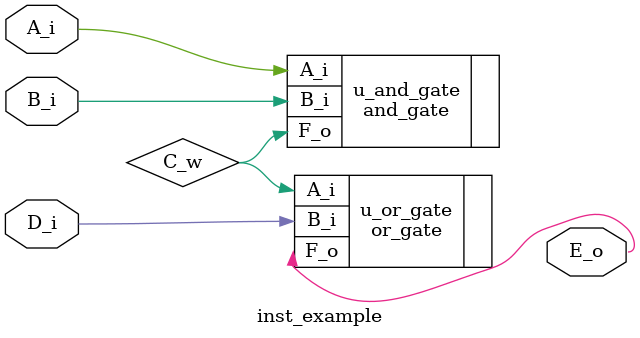
<source format=v>
module inst_example (
    input A_i,
    input B_i,
    input D_i,
    output E_o
);
    wire C_w;

    and_gate u_and_gate(
        .A_i ( A_i ),
        .B_i ( B_i ),
        .F_o ( C_w )
    );

    or_gate u_or_gate(
        .A_i ( C_w ),
        .B_i ( D_i ),
        .F_o ( E_o )
    );
endmodule
</source>
